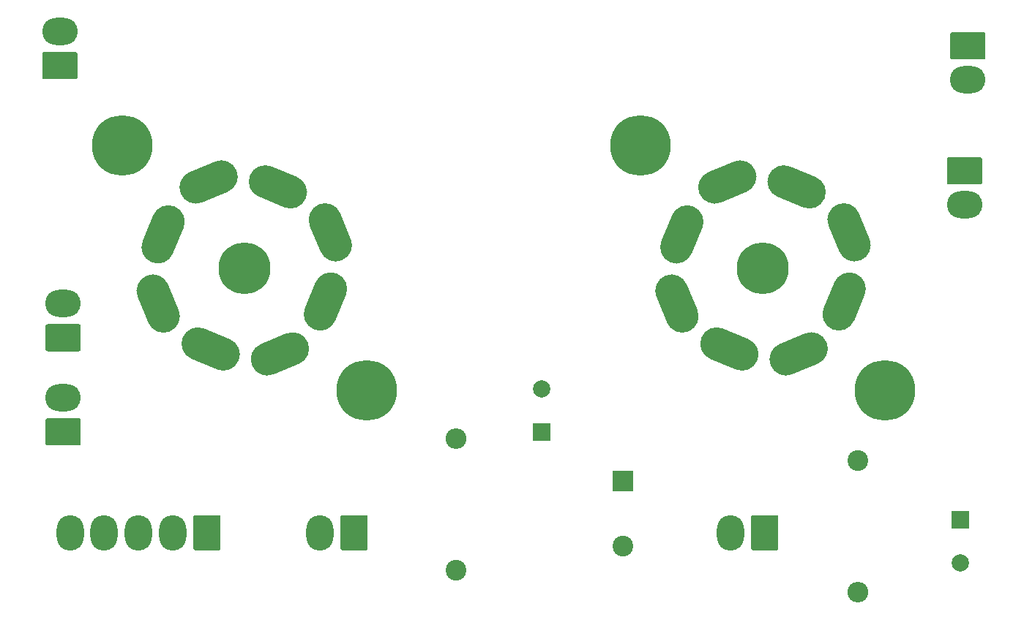
<source format=gbr>
%TF.GenerationSoftware,KiCad,Pcbnew,(5.1.6)-1*%
%TF.CreationDate,2020-10-25T20:05:07+00:00*%
%TF.ProjectId,QuadNew1 - Copy (2),51756164-4e65-4773-9120-2d20436f7079,rev?*%
%TF.SameCoordinates,Original*%
%TF.FileFunction,Soldermask,Top*%
%TF.FilePolarity,Negative*%
%FSLAX46Y46*%
G04 Gerber Fmt 4.6, Leading zero omitted, Abs format (unit mm)*
G04 Created by KiCad (PCBNEW (5.1.6)-1) date 2020-10-25 20:05:07*
%MOMM*%
%LPD*%
G01*
G04 APERTURE LIST*
%ADD10C,2.400000*%
%ADD11O,2.400000X2.400000*%
%ADD12C,2.000000*%
%ADD13R,2.000000X2.000000*%
%ADD14C,6.000000*%
%ADD15C,7.000000*%
%ADD16O,4.100000X3.160000*%
%ADD17R,2.400000X2.400000*%
%ADD18O,3.160000X4.100000*%
G04 APERTURE END LIST*
D10*
%TO.C,R41*%
X205994000Y-105283000D03*
D11*
X205994000Y-120523000D03*
%TD*%
D12*
%TO.C,C41*%
X217805000Y-117141000D03*
D13*
X217805000Y-112141000D03*
%TD*%
%TO.C,C31*%
X169418000Y-101981000D03*
D12*
X169418000Y-96981000D03*
%TD*%
%TO.C,V3*%
G36*
G01*
X187642507Y-74383382D02*
X187642507Y-74383382D01*
G75*
G02*
X188670779Y-71900912I1755371J727099D01*
G01*
X191627193Y-70676326D01*
G75*
G02*
X194109663Y-71704598I727099J-1755371D01*
G01*
X194109663Y-71704598D01*
G75*
G02*
X193081391Y-74187068I-1755371J-727099D01*
G01*
X190124977Y-75411654D01*
G75*
G02*
X187642507Y-74383382I-727099J1755371D01*
G01*
G37*
G36*
G01*
X202121641Y-74952776D02*
X202121641Y-74952776D01*
G75*
G02*
X199639171Y-75981048I-1755371J727099D01*
G01*
X196682757Y-74756462D01*
G75*
G02*
X195654485Y-72273992I727099J1755371D01*
G01*
X195654485Y-72273992D01*
G75*
G02*
X198136955Y-71245720I1755371J-727099D01*
G01*
X201093369Y-72470306D01*
G75*
G02*
X202121641Y-74952776I-727099J-1755371D01*
G01*
G37*
G36*
G01*
X203616618Y-75642507D02*
X203616618Y-75642507D01*
G75*
G02*
X206099088Y-76670779I727099J-1755371D01*
G01*
X207323674Y-79627193D01*
G75*
G02*
X206295402Y-82109663I-1755371J-727099D01*
G01*
X206295402Y-82109663D01*
G75*
G02*
X203812932Y-81081391I-727099J1755371D01*
G01*
X202588346Y-78124977D01*
G75*
G02*
X203616618Y-75642507I1755371J727099D01*
G01*
G37*
G36*
G01*
X203047224Y-90121641D02*
X203047224Y-90121641D01*
G75*
G02*
X202018952Y-87639171I727099J1755371D01*
G01*
X203243538Y-84682757D01*
G75*
G02*
X205726008Y-83654485I1755371J-727099D01*
G01*
X205726008Y-83654485D01*
G75*
G02*
X206754280Y-86136955I-727099J-1755371D01*
G01*
X205529694Y-89093369D01*
G75*
G02*
X203047224Y-90121641I-1755371J727099D01*
G01*
G37*
G36*
G01*
X195890337Y-94295402D02*
X195890337Y-94295402D01*
G75*
G02*
X196918609Y-91812932I1755371J727099D01*
G01*
X199875023Y-90588346D01*
G75*
G02*
X202357493Y-91616618I727099J-1755371D01*
G01*
X202357493Y-91616618D01*
G75*
G02*
X201329221Y-94099088I-1755371J-727099D01*
G01*
X198372807Y-95323674D01*
G75*
G02*
X195890337Y-94295402I-727099J1755371D01*
G01*
G37*
G36*
G01*
X187878359Y-91047224D02*
X187878359Y-91047224D01*
G75*
G02*
X190360829Y-90018952I1755371J-727099D01*
G01*
X193317243Y-91243538D01*
G75*
G02*
X194345515Y-93726008I-727099J-1755371D01*
G01*
X194345515Y-93726008D01*
G75*
G02*
X191863045Y-94754280I-1755371J727099D01*
G01*
X188906631Y-93529694D01*
G75*
G02*
X187878359Y-91047224I727099J1755371D01*
G01*
G37*
G36*
G01*
X186383382Y-90357493D02*
X186383382Y-90357493D01*
G75*
G02*
X183900912Y-89329221I-727099J1755371D01*
G01*
X182676326Y-86372807D01*
G75*
G02*
X183704598Y-83890337I1755371J727099D01*
G01*
X183704598Y-83890337D01*
G75*
G02*
X186187068Y-84918609I727099J-1755371D01*
G01*
X187411654Y-87875023D01*
G75*
G02*
X186383382Y-90357493I-1755371J-727099D01*
G01*
G37*
G36*
G01*
X184273992Y-82345515D02*
X184273992Y-82345515D01*
G75*
G02*
X183245720Y-79863045I727099J1755371D01*
G01*
X184470306Y-76906631D01*
G75*
G02*
X186952776Y-75878359I1755371J-727099D01*
G01*
X186952776Y-75878359D01*
G75*
G02*
X187981048Y-78360829I-727099J-1755371D01*
G01*
X186756462Y-81317243D01*
G75*
G02*
X184273992Y-82345515I-1755371J727099D01*
G01*
G37*
D14*
X195000000Y-83000000D03*
D15*
X180857864Y-68857864D03*
X209142136Y-97142136D03*
%TD*%
D10*
%TO.C,R31*%
X159512000Y-117983000D03*
D11*
X159512000Y-102743000D03*
%TD*%
%TO.C,J7*%
G36*
G01*
X115846000Y-92662000D02*
X112246000Y-92662000D01*
G75*
G02*
X111996000Y-92412000I0J250000D01*
G01*
X111996000Y-89752000D01*
G75*
G02*
X112246000Y-89502000I250000J0D01*
G01*
X115846000Y-89502000D01*
G75*
G02*
X116096000Y-89752000I0J-250000D01*
G01*
X116096000Y-92412000D01*
G75*
G02*
X115846000Y-92662000I-250000J0D01*
G01*
G37*
D16*
X114046000Y-87122000D03*
%TD*%
D15*
%TO.C,V4*%
X149142136Y-97142136D03*
X120857864Y-68857864D03*
D14*
X135000000Y-83000000D03*
G36*
G01*
X124273992Y-82345515D02*
X124273992Y-82345515D01*
G75*
G02*
X123245720Y-79863045I727099J1755371D01*
G01*
X124470306Y-76906631D01*
G75*
G02*
X126952776Y-75878359I1755371J-727099D01*
G01*
X126952776Y-75878359D01*
G75*
G02*
X127981048Y-78360829I-727099J-1755371D01*
G01*
X126756462Y-81317243D01*
G75*
G02*
X124273992Y-82345515I-1755371J727099D01*
G01*
G37*
G36*
G01*
X126383382Y-90357493D02*
X126383382Y-90357493D01*
G75*
G02*
X123900912Y-89329221I-727099J1755371D01*
G01*
X122676326Y-86372807D01*
G75*
G02*
X123704598Y-83890337I1755371J727099D01*
G01*
X123704598Y-83890337D01*
G75*
G02*
X126187068Y-84918609I727099J-1755371D01*
G01*
X127411654Y-87875023D01*
G75*
G02*
X126383382Y-90357493I-1755371J-727099D01*
G01*
G37*
G36*
G01*
X127878359Y-91047224D02*
X127878359Y-91047224D01*
G75*
G02*
X130360829Y-90018952I1755371J-727099D01*
G01*
X133317243Y-91243538D01*
G75*
G02*
X134345515Y-93726008I-727099J-1755371D01*
G01*
X134345515Y-93726008D01*
G75*
G02*
X131863045Y-94754280I-1755371J727099D01*
G01*
X128906631Y-93529694D01*
G75*
G02*
X127878359Y-91047224I727099J1755371D01*
G01*
G37*
G36*
G01*
X135890337Y-94295402D02*
X135890337Y-94295402D01*
G75*
G02*
X136918609Y-91812932I1755371J727099D01*
G01*
X139875023Y-90588346D01*
G75*
G02*
X142357493Y-91616618I727099J-1755371D01*
G01*
X142357493Y-91616618D01*
G75*
G02*
X141329221Y-94099088I-1755371J-727099D01*
G01*
X138372807Y-95323674D01*
G75*
G02*
X135890337Y-94295402I-727099J1755371D01*
G01*
G37*
G36*
G01*
X143047224Y-90121641D02*
X143047224Y-90121641D01*
G75*
G02*
X142018952Y-87639171I727099J1755371D01*
G01*
X143243538Y-84682757D01*
G75*
G02*
X145726008Y-83654485I1755371J-727099D01*
G01*
X145726008Y-83654485D01*
G75*
G02*
X146754280Y-86136955I-727099J-1755371D01*
G01*
X145529694Y-89093369D01*
G75*
G02*
X143047224Y-90121641I-1755371J727099D01*
G01*
G37*
G36*
G01*
X143616618Y-75642507D02*
X143616618Y-75642507D01*
G75*
G02*
X146099088Y-76670779I727099J-1755371D01*
G01*
X147323674Y-79627193D01*
G75*
G02*
X146295402Y-82109663I-1755371J-727099D01*
G01*
X146295402Y-82109663D01*
G75*
G02*
X143812932Y-81081391I-727099J1755371D01*
G01*
X142588346Y-78124977D01*
G75*
G02*
X143616618Y-75642507I1755371J727099D01*
G01*
G37*
G36*
G01*
X142121641Y-74952776D02*
X142121641Y-74952776D01*
G75*
G02*
X139639171Y-75981048I-1755371J727099D01*
G01*
X136682757Y-74756462D01*
G75*
G02*
X135654485Y-72273992I727099J1755371D01*
G01*
X135654485Y-72273992D01*
G75*
G02*
X138136955Y-71245720I1755371J-727099D01*
G01*
X141093369Y-72470306D01*
G75*
G02*
X142121641Y-74952776I-727099J-1755371D01*
G01*
G37*
G36*
G01*
X127642507Y-74383382D02*
X127642507Y-74383382D01*
G75*
G02*
X128670779Y-71900912I1755371J727099D01*
G01*
X131627193Y-70676326D01*
G75*
G02*
X134109663Y-71704598I727099J-1755371D01*
G01*
X134109663Y-71704598D01*
G75*
G02*
X133081391Y-74187068I-1755371J-727099D01*
G01*
X130124977Y-75411654D01*
G75*
G02*
X127642507Y-74383382I-727099J1755371D01*
G01*
G37*
%TD*%
D10*
%TO.C,C13*%
X178816000Y-115196000D03*
D17*
X178816000Y-107696000D03*
%TD*%
%TO.C,L1*%
G36*
G01*
X149281000Y-111865000D02*
X149281000Y-115465000D01*
G75*
G02*
X149031000Y-115715000I-250000J0D01*
G01*
X146371000Y-115715000D01*
G75*
G02*
X146121000Y-115465000I0J250000D01*
G01*
X146121000Y-111865000D01*
G75*
G02*
X146371000Y-111615000I250000J0D01*
G01*
X149031000Y-111615000D01*
G75*
G02*
X149281000Y-111865000I0J-250000D01*
G01*
G37*
D18*
X143741000Y-113665000D03*
%TD*%
%TO.C,J11*%
G36*
G01*
X216894000Y-55697000D02*
X220494000Y-55697000D01*
G75*
G02*
X220744000Y-55947000I0J-250000D01*
G01*
X220744000Y-58607000D01*
G75*
G02*
X220494000Y-58857000I-250000J0D01*
G01*
X216894000Y-58857000D01*
G75*
G02*
X216644000Y-58607000I0J250000D01*
G01*
X216644000Y-55947000D01*
G75*
G02*
X216894000Y-55697000I250000J0D01*
G01*
G37*
D16*
X218694000Y-61237000D03*
%TD*%
%TO.C,J12*%
G36*
G01*
X115465000Y-61143000D02*
X111865000Y-61143000D01*
G75*
G02*
X111615000Y-60893000I0J250000D01*
G01*
X111615000Y-58233000D01*
G75*
G02*
X111865000Y-57983000I250000J0D01*
G01*
X115465000Y-57983000D01*
G75*
G02*
X115715000Y-58233000I0J-250000D01*
G01*
X115715000Y-60893000D01*
G75*
G02*
X115465000Y-61143000I-250000J0D01*
G01*
G37*
X113665000Y-55603000D03*
%TD*%
%TO.C,J15*%
X218313000Y-75715000D03*
G36*
G01*
X216513000Y-70175000D02*
X220113000Y-70175000D01*
G75*
G02*
X220363000Y-70425000I0J-250000D01*
G01*
X220363000Y-73085000D01*
G75*
G02*
X220113000Y-73335000I-250000J0D01*
G01*
X216513000Y-73335000D01*
G75*
G02*
X216263000Y-73085000I0J250000D01*
G01*
X216263000Y-70425000D01*
G75*
G02*
X216513000Y-70175000I250000J0D01*
G01*
G37*
%TD*%
D18*
%TO.C,J6*%
X191239000Y-113665000D03*
G36*
G01*
X196779000Y-111865000D02*
X196779000Y-115465000D01*
G75*
G02*
X196529000Y-115715000I-250000J0D01*
G01*
X193869000Y-115715000D01*
G75*
G02*
X193619000Y-115465000I0J250000D01*
G01*
X193619000Y-111865000D01*
G75*
G02*
X193869000Y-111615000I250000J0D01*
G01*
X196529000Y-111615000D01*
G75*
G02*
X196779000Y-111865000I0J-250000D01*
G01*
G37*
%TD*%
%TO.C,J5*%
G36*
G01*
X132263000Y-111865000D02*
X132263000Y-115465000D01*
G75*
G02*
X132013000Y-115715000I-250000J0D01*
G01*
X129353000Y-115715000D01*
G75*
G02*
X129103000Y-115465000I0J250000D01*
G01*
X129103000Y-111865000D01*
G75*
G02*
X129353000Y-111615000I250000J0D01*
G01*
X132013000Y-111615000D01*
G75*
G02*
X132263000Y-111865000I0J-250000D01*
G01*
G37*
X126723000Y-113665000D03*
X122763000Y-113665000D03*
X118803000Y-113665000D03*
X114843000Y-113665000D03*
%TD*%
%TO.C,J16*%
G36*
G01*
X115846000Y-103561000D02*
X112246000Y-103561000D01*
G75*
G02*
X111996000Y-103311000I0J250000D01*
G01*
X111996000Y-100651000D01*
G75*
G02*
X112246000Y-100401000I250000J0D01*
G01*
X115846000Y-100401000D01*
G75*
G02*
X116096000Y-100651000I0J-250000D01*
G01*
X116096000Y-103311000D01*
G75*
G02*
X115846000Y-103561000I-250000J0D01*
G01*
G37*
D16*
X114046000Y-98021000D03*
%TD*%
M02*

</source>
